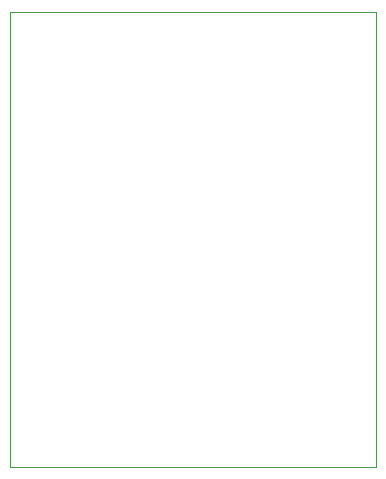
<source format=gm1>
G04*
G04 #@! TF.GenerationSoftware,Altium Limited,Altium Designer,18.1.9 (240)*
G04*
G04 Layer_Color=16711935*
%FSLAX25Y25*%
%MOIN*%
G70*
G01*
G75*
%ADD23C,0.00394*%
D23*
Y45276D02*
Y196850D01*
Y45276D02*
X122047D01*
X122047Y45276D01*
X122047Y196850D02*
X122047Y45276D01*
X0Y196850D02*
X122047Y196850D01*
M02*

</source>
